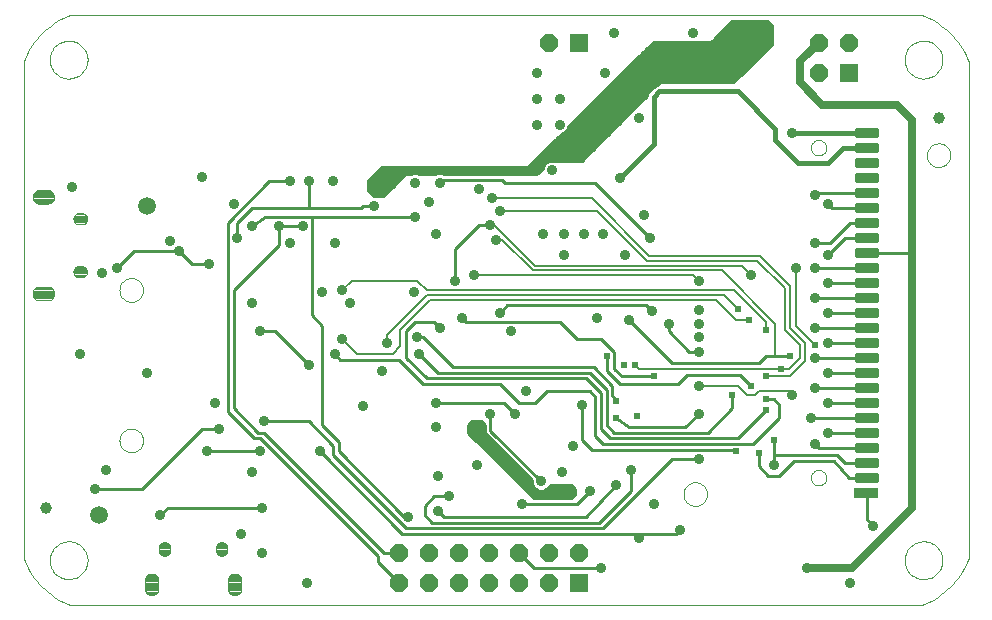
<source format=gbl>
G04 Output by ViewMate Deluxe V11.12.18  PentaLogix*
G04 Wed Mar 06 15:24:07 2019*
%IPPOS*%
%FSLAX25Y25*%
%MOIN*%
%ADD10C,0.0*%
%ADD238R,0.06X0.06*%
G04:---LTIenv:A239:16,0.06,0.0 *
%ADD239P,0.064944X8X22.5*%
%ADD240C,0.0591*%
%ADD241C,0.0177*%
%ADD242R,0.0787X0.0354*%
%ADD243C,0.0394*%
%ADD244C,0.0039*%
%ADD245C,0.0354*%
%ADD246C,0.01*%
%ADD247C,0.016*%
%ADD248C,0.024*%
%ADD249C,0.008*%
%ADD250C,0.025*%
%ADD251C,0.0125*%
%ADD252C,0.0071*%

%LPD*%
X0Y0D2*D10*G1X286490Y176160D2*X286510Y175850D1*X286570Y175540*X286660Y175240*X286790Y174950*X286960Y174680*X287160Y174440*X287380Y174220*X287640Y174030*X287910Y173870*X288200Y173750*X288500Y173660*X288810Y173610*X289130Y173600*X289440Y173630*X289750Y173700*X290050Y173800*X290330Y173940*X290590Y174120*X290830Y174320*X291040Y174560*X291230Y174810*X291380Y175090*X291490Y175380*X291570Y175690*X291610Y176000*Y176320*X291570Y176630*X291490Y176940*X291380Y177230*X291230Y177510*X291040Y177760*X290830Y178000*X290590Y178200*X290330Y178380*X290050Y178520*X289750Y178620*X289440Y178690*X289130Y178720*X288810Y178710*X288500Y178660*X288200Y178570*X287910Y178450*X287640Y178290*X287380Y178100*X287160Y177880*X286960Y177640*X286790Y177370*X286660Y177080*X286570Y176780*X286510Y176470*X286490Y176160*X325110Y173660D2*X325130Y173270D1*X325190Y172880*X325290Y172500*X325420Y172130*X325590Y171780*X325790Y171440*X326030Y171130*X326300Y170840*X326590Y170580*X326910Y170350*X327250Y170150*X327610Y169990*X327980Y169870*X328370Y169780*X328760Y169730*X329150Y169720*X329540Y169750*X329930Y169820*X330300Y169930*X330670Y170070*X331020Y170250*X331350Y170460*X331660Y170710*X331940Y170980*X332190Y171280*X332410Y171610*X332600Y171950*X332750Y172310*X332870Y172690*X332950Y173070*X332990Y173460*Y173860*X332950Y174250*X332870Y174630*X332750Y175010*X332600Y175370*X332410Y175710*X332190Y176040*X331940Y176340*X331660Y176610*X331350Y176860*X331020Y177070*X330670Y177250*X330300Y177390*X329930Y177500*X329540Y177570*X329150Y177600*X328760Y177590*X328370Y177540*X327980Y177450*X327610Y177330*X327250Y177170*X326910Y176970*X326590Y176740*X326300Y176480*X326030Y176190*X325790Y175880*X325590Y175540*X325420Y175190*X325290Y174820*X325190Y174440*X325130Y174050*X325110Y173660*X286490Y66160D2*X286510Y65850D1*X286570Y65540*X286660Y65240*X286790Y64950*X286960Y64680*X287160Y64440*X287380Y64220*X287640Y64030*X287910Y63870*X288200Y63750*X288500Y63660*X288810Y63610*X289130Y63600*X289440Y63630*X289750Y63700*X290050Y63800*X290330Y63940*X290590Y64120*X290830Y64320*X291040Y64560*X291230Y64810*X291380Y65090*X291490Y65380*X291570Y65690*X291610Y66000*Y66320*X291570Y66630*X291490Y66940*X291380Y67230*X291230Y67510*X291040Y67760*X290830Y68000*X290590Y68200*X290330Y68380*X290050Y68520*X289750Y68620*X289440Y68690*X289130Y68720*X288810Y68710*X288500Y68660*X288200Y68570*X287910Y68450*X287640Y68290*X287380Y68100*X287160Y67880*X286960Y67640*X286790Y67370*X286660Y67080*X286570Y66780*X286510Y66470*X286490Y66160*X244010Y60700D2*X244030Y60310D1*X244090Y59920*X244190Y59540*X244320Y59170*X244490Y58820*X244690Y58480*X244930Y58170*X245200Y57880*X245490Y57620*X245810Y57390*X246150Y57190*X246510Y57030*X246880Y56910*X247270Y56820*X247660Y56770*X248050Y56760*X248440Y56790*X248830Y56860*X249200Y56970*X249570Y57110*X249920Y57290*X250250Y57500*X250560Y57750*X250840Y58020*X251090Y58320*X251310Y58650*X251500Y58990*X251650Y59350*X251770Y59730*X251850Y60110*X251890Y60500*Y60900*X251850Y61290*X251770Y61670*X251650Y62050*X251500Y62410*X251310Y62750*X251090Y63080*X250840Y63380*X250560Y63650*X250250Y63900*X249920Y64110*X249570Y64290*X249200Y64430*X248830Y64540*X248440Y64610*X248050Y64640*X247660Y64630*X247270Y64580*X246880Y64490*X246510Y64370*X246150Y64210*X245810Y64010*X245490Y63780*X245200Y63520*X244930Y63230*X244690Y62920*X244490Y62580*X244320Y62230*X244190Y61860*X244090Y61480*X244030Y61090*X244010Y60700*X39800Y220510D2*X38610Y220050D1*X37440Y219520*X36300Y218940*X35190Y218310*X34120Y217620*X33070Y216890*X32070Y216100*X31100Y215260*X30180Y214380*X29300Y213460*X28460Y212490*X27670Y211490*X26940Y210440*X26250Y209370*X25620Y208260*X25040Y207120*X24510Y205950*X24050Y204760*X55990Y128730D2*X56010Y128340D1*X56070Y127950*X56170Y127570*X56300Y127200*X56470Y126850*X56670Y126510*X56910Y126200*X57180Y125910*X57470Y125650*X57790Y125420*X58130Y125220*X58490Y125060*X58860Y124940*X59250Y124850*X59640Y124800*X60030Y124790*X60420Y124820*X60810Y124890*X61180Y125000*X61550Y125140*X61900Y125320*X62230Y125530*X62540Y125780*X62820Y126050*X63070Y126350*X63290Y126680*X63480Y127020*X63630Y127380*X63750Y127760*X63830Y128140*X63870Y128530*Y128930*X63830Y129320*X63750Y129700*X63630Y130080*X63480Y130440*X63290Y130780*X63070Y131110*X62820Y131410*X62540Y131680*X62230Y131930*X61900Y132140*X61550Y132320*X61180Y132460*X60810Y132570*X60420Y132640*X60030Y132670*X59640Y132660*X59250Y132610*X58860Y132520*X58490Y132400*X58130Y132240*X57790Y132040*X57470Y131810*X57180Y131550*X56910Y131260*X56670Y130950*X56470Y130610*X56300Y130260*X56170Y129890*X56070Y129510*X56010Y129120*X55990Y128730*Y78580D2*X56010Y78190D1*X56070Y77800*X56170Y77420*X56300Y77050*X56470Y76700*X56670Y76360*X56910Y76050*X57180Y75760*X57470Y75500*X57790Y75270*X58130Y75070*X58490Y74910*X58860Y74790*X59250Y74700*X59640Y74650*X60030Y74640*X60420Y74670*X60810Y74740*X61180Y74850*X61550Y74990*X61900Y75170*X62230Y75380*X62540Y75630*X62820Y75900*X63070Y76200*X63290Y76530*X63480Y76870*X63630Y77230*X63750Y77610*X63830Y77990*X63870Y78380*Y78780*X63830Y79170*X63750Y79550*X63630Y79930*X63480Y80290*X63290Y80630*X63070Y80960*X62820Y81260*X62540Y81530*X62230Y81780*X61900Y81990*X61550Y82170*X61180Y82310*X60810Y82420*X60420Y82490*X60030Y82520*X59640Y82510*X59250Y82460*X58860Y82370*X58490Y82250*X58130Y82090*X57790Y81890*X57470Y81660*X57180Y81400*X56910Y81110*X56670Y80800*X56470Y80460*X56300Y80110*X56170Y79740*X56070Y79360*X56010Y78970*X55990Y78580*X39800Y23660D2*X38610Y24120D1*X37440Y24650*X36300Y25230*X35190Y25860*X34120Y26550*X33070Y27280*X32070Y28070*X31100Y28910*X30180Y29790*X29300Y30710*X28460Y31680*X27670Y32680*X26940Y33730*X26250Y34800*X25620Y35910*X25040Y37050*X24510Y38220*X24050Y39410*X32750Y38660D2*X32770Y38160D1*X32830Y37660*X32930Y37170*X33070Y36690*X33240Y36220*X33450Y35770*X33700Y35330*X33980Y34920*X34300Y34530*X34640Y34160*X35010Y33820*X35410Y33520*X35830Y33250*X36270Y33010*X36730Y32800*X37200Y32640*X37680Y32510*X38180Y32420*X38670Y32370*X39180Y32360*X39680Y32390*X40170Y32460*X40660Y32570*X41140Y32720*X41600Y32900*X42050Y33120*X42480Y33380*X42890Y33670*X43280Y33990*X43640Y34340*X43960Y34720*X44260Y35120*X44530Y35550*X44760Y35990*X44950Y36450*X45110Y36930*X45230Y37420*X45310Y37910*X45350Y38410*Y38910*X45310Y39410*X45230Y39900*X45110Y40390*X44950Y40870*X44760Y41330*X44530Y41770*X44260Y42200*X43960Y42600*X43640Y42980*X43280Y43330*X42890Y43650*X42480Y43940*X42050Y44200*X41600Y44420*X41140Y44600*X40660Y44750*X40170Y44860*X39680Y44930*X39180Y44960*X38670Y44950*X38180Y44900*X37680Y44810*X37200Y44680*X36730Y44520*X36270Y44310*X35830Y44070*X35410Y43800*X35010Y43500*X34640Y43160*X34300Y42790*X33980Y42400*X33700Y41990*X33450Y41550*X33240Y41100*X33070Y40630*X32930Y40150*X32830Y39660*X32770Y39160*X32750Y38660*X24050Y204760D2*Y39400D1*X32750Y205510D2*X32770Y205010D1*X32830Y204510*X32930Y204020*X33070Y203540*X33240Y203070*X33450Y202620*X33700Y202180*X33980Y201770*X34300Y201380*X34640Y201010*X35010Y200670*X35410Y200370*X35830Y200100*X36270Y199860*X36730Y199650*X37200Y199490*X37680Y199360*X38180Y199270*X38670Y199220*X39180Y199210*X39680Y199240*X40170Y199310*X40660Y199420*X41140Y199570*X41600Y199750*X42050Y199970*X42480Y200230*X42890Y200520*X43280Y200840*X43640Y201190*X43960Y201570*X44260Y201970*X44530Y202400*X44760Y202840*X44950Y203300*X45110Y203780*X45230Y204270*X45310Y204760*X45350Y205260*Y205760*X45310Y206260*X45230Y206750*X45110Y207240*X44950Y207720*X44760Y208180*X44530Y208620*X44260Y209050*X43960Y209450*X43640Y209830*X43280Y210180*X42890Y210500*X42480Y210790*X42050Y211050*X41600Y211270*X41140Y211450*X40660Y211600*X40170Y211710*X39680Y211780*X39180Y211810*X38670Y211800*X38180Y211750*X37680Y211660*X37200Y211530*X36730Y211370*X36270Y211160*X35830Y210920*X35410Y210650*X35010Y210350*X34640Y210010*X34300Y209640*X33980Y209250*X33700Y208840*X33450Y208400*X33240Y207950*X33070Y207480*X32930Y207000*X32830Y206510*X32770Y206010*X32750Y205510*X323260Y220510D2*X39800D1*X339010Y204760D2*X338550Y205950D1*X338020Y207120*X337440Y208260*X336810Y209370*X336120Y210440*X335390Y211490*X334600Y212490*X333760Y213460*X332880Y214380*X331960Y215260*X330990Y216100*X329990Y216890*X328940Y217620*X327870Y218310*X326760Y218940*X325620Y219520*X324450Y220050*X323260Y220510*X317710Y205510D2*X317730Y205010D1*X317790Y204510*X317890Y204020*X318030Y203540*X318200Y203070*X318410Y202620*X318660Y202180*X318940Y201770*X319260Y201380*X319600Y201010*X319970Y200670*X320370Y200370*X320790Y200100*X321230Y199860*X321690Y199650*X322160Y199490*X322640Y199360*X323140Y199270*X323630Y199220*X324140Y199210*X324640Y199240*X325130Y199310*X325620Y199420*X326100Y199570*X326560Y199750*X327010Y199970*X327440Y200230*X327850Y200520*X328240Y200840*X328600Y201190*X328920Y201570*X329220Y201970*X329490Y202400*X329720Y202840*X329910Y203300*X330070Y203780*X330190Y204270*X330270Y204760*X330310Y205260*Y205760*X330270Y206260*X330190Y206750*X330070Y207240*X329910Y207720*X329720Y208180*X329490Y208620*X329220Y209050*X328920Y209450*X328600Y209830*X328240Y210180*X327850Y210500*X327440Y210790*X327010Y211050*X326560Y211270*X326100Y211450*X325620Y211600*X325130Y211710*X324640Y211780*X324140Y211810*X323630Y211800*X323140Y211750*X322640Y211660*X322160Y211530*X321690Y211370*X321230Y211160*X320790Y210920*X320370Y210650*X319970Y210350*X319600Y210010*X319260Y209640*X318940Y209250*X318660Y208840*X318410Y208400*X318200Y207950*X318030Y207480*X317890Y207000*X317790Y206510*X317730Y206010*X317710Y205510*X339010Y39400D2*Y204760D1*Y39410D2*X338550Y38220D1*X338020Y37050*X337440Y35910*X336810Y34800*X336120Y33730*X335390Y32680*X334600Y31680*X333760Y30710*X332880Y29790*X331960Y28910*X330990Y28070*X329990Y27280*X328940Y26550*X327870Y25860*X326760Y25230*X325620Y24650*X324450Y24120*X323260Y23660*X317710Y38660D2*X317730Y38160D1*X317790Y37660*X317890Y37170*X318030Y36690*X318200Y36220*X318410Y35770*X318660Y35330*X318940Y34920*X319260Y34530*X319600Y34160*X319970Y33820*X320370Y33520*X320790Y33250*X321230Y33010*X321690Y32800*X322160Y32640*X322640Y32510*X323140Y32420*X323630Y32370*X324140Y32360*X324640Y32390*X325130Y32460*X325620Y32570*X326100Y32720*X326560Y32900*X327010Y33120*X327440Y33380*X327850Y33670*X328240Y33990*X328600Y34340*X328920Y34720*X329220Y35120*X329490Y35550*X329720Y35990*X329910Y36450*X330070Y36930*X330190Y37420*X330270Y37910*X330310Y38410*Y38910*X330270Y39410*X330190Y39900*X330070Y40390*X329910Y40870*X329720Y41330*X329490Y41770*X329220Y42200*X328920Y42600*X328600Y42980*X328240Y43330*X327850Y43650*X327440Y43940*X327010Y44200*X326560Y44420*X326100Y44600*X325620Y44750*X325130Y44860*X324640Y44930*X324140Y44960*X323630Y44950*X323140Y44900*X322640Y44810*X322160Y44680*X321690Y44520*X321230Y44310*X320790Y44070*X320370Y43800*X319970Y43500*X319600Y43160*X319260Y42790*X318940Y42400*X318660Y41990*X318410Y41550*X318200Y41100*X318030Y40630*X317890Y40150*X317790Y39660*X317730Y39160*X317710Y38660*X39800Y23660D2*X323260D1*D241*X301940Y182030D2*X308040D1*X301940Y180270D2*X308040D1*Y182050*X301940*Y180270*Y177030D2*X308040D1*X301940Y175270D2*X308040D1*Y177050*X301940*Y175270*Y172030D2*X308040D1*X301940Y170270D2*X308040D1*Y172050*X301940*Y170270*Y167030D2*X308040D1*X301940Y165270D2*X308040D1*Y167050*X301940*Y165270*Y162030D2*X308040D1*X301940Y160270D2*X308040D1*Y162050*X301940*Y160270*Y157030D2*X308040D1*X301940Y155270D2*X308040D1*Y157050*X301940*Y155270*Y152030D2*X308040D1*X301940Y150270D2*X308040D1*Y152050*X301940*Y150270*Y147030D2*X308040D1*X301940Y145270D2*X308040D1*Y147050*X301940*Y145270*Y142030D2*X308040D1*X301940Y140270D2*X308040D1*Y142050*X301940*Y140270*Y137030D2*X308040D1*X301940Y135270D2*X308040D1*Y137050*X301940*Y135270*Y132030D2*X308040D1*X301940Y130270D2*X308040D1*Y132050*X301940*Y130270*Y127030D2*X308040D1*X301940Y125270D2*X308040D1*Y127050*X301940*Y125270*Y122030D2*X308040D1*X301940Y120270D2*X308040D1*Y122050*X301940*Y120270*Y117030D2*X308040D1*X301940Y115270D2*X308040D1*Y117050*X301940*Y115270*Y112030D2*X308040D1*X301940Y110270D2*X308040D1*Y112050*X301940*Y110270*Y107030D2*X308040D1*X301940Y105270D2*X308040D1*Y107050*X301940*Y105270*Y102030D2*X308040D1*X301940Y100270D2*X308040D1*Y102050*X301940*Y100270*Y97030D2*X308040D1*X301940Y95270D2*X308040D1*Y97050*X301940*Y95270*Y92030D2*X308040D1*X301940Y90270D2*X308040D1*Y92050*X301940*Y90270*Y87030D2*X308040D1*X301940Y85270D2*X308040D1*Y87050*X301940*Y85270*Y82030D2*X308040D1*X301940Y80270D2*X308040D1*Y82050*X301940*Y80270*Y77030D2*X308040D1*X301940Y75270D2*X308040D1*Y77050*X301940*Y75270*Y72030D2*X308040D1*X301940Y70270D2*X308040D1*Y72050*X301940*Y70270*Y67030D2*X308040D1*X301940Y65270D2*X308040D1*Y67050*X301940*Y65270*D244*X28220Y157720D2*X33010D1*X33550Y158100D2*X27680D1*X28510Y161880D2*X32720D1*X33450Y161500D2*X27780D1*X27440Y161130D2*X33790D1*X34000Y160750D2*X27230D1*X27110Y160370D2*X34120D1*X27070Y159500D2*Y159990D1*X34130Y159230D2*X27100D1*X27190Y158850D2*X34030D1*X33850Y158470D2*X27380D1*X33960Y158650D2*X33730Y158280D1*X33420Y157960*X33040Y157730*X32630Y157580*X32190Y157530*X29040*X28600Y157580*X28190Y157730*X27810Y157960*X27500Y158280*X27270Y158650*X27120Y159060*X27070Y159500*X34160Y159610D2*X27070D1*X34160Y159990D2*X34110Y160430D1*X33960Y160850*X33730Y161220*X33420Y161530*X33040Y161770*X32630Y161910*X32190Y161960*X29040*X28600Y161910*X28190Y161770*X27810Y161530*X27500Y161220*X27270Y160850*X27120Y160430*X27070Y159990*X34160*Y159500*X34110Y159060*X33960Y158650*X41370Y153930D2*X44470D1*X44840Y153550D2*X41000D1*X40790Y153170D2*X45040D1*X45150Y152790D2*X40690D1*X40650Y152420D2*X45180D1*X45150Y152040D2*X40690D1*X40800Y151660D2*X45040D1*X44820Y151280D2*X41020D1*X41420Y150900D2*X44420D1*X42430Y150590D2*X43410D1*X43800Y150620*X44170Y150750*X44510Y150960*X44790Y151230*X45000Y151560*X45130Y151930*X45180Y152320*Y152510*X45140Y152910*X45010Y153280*X44800Y153620*X44510Y153900*X44180Y154110*X43800Y154240*X43410Y154290*X42430*X42030Y154240*X41660Y154110*X41320Y153900*X41040Y153620*X40830Y153280*X40700Y152910*X40650Y152510*Y152320*X40700Y151930*X40840Y151560*X41050Y151230*X41330Y150960*X41660Y150750*X42040Y150620*X42430Y150590*X43890Y133100D2*X41940D1*X41250Y133480D2*X44580D1*X44260Y136510D2*X41580D1*X41100Y136130D2*X44740D1*X40840Y135750D2*X41050Y136080D1*X41330Y136360*X41660Y136560*X42040Y136690*X42430Y136730*X43410*X43800Y136690*X44170Y136560*X44510Y136360*X44790Y136080*X45000Y135750*X40700Y135370D2*X45130D1*X45180Y134990D2*X40650D1*X40670Y134620D2*X45160D1*X45080Y134240D2*X40760D1*X40940Y133860D2*X44900D1*X40830Y134030D2*X41040Y133690D1*X41320Y133410*X41660Y133200*X42030Y133070*X42430Y133030*X43410*X43800Y133070*X44180Y133200*X44510Y133410*X44800Y133690*X45010Y134030*X45140Y134400*X45180Y134800*Y134990*X45130Y135380*X45000Y135750*X40840*X40700Y135380*X40650Y134990*Y134800*X40700Y134400*X40830Y134030*X28500Y129690D2*X32730D1*X33450Y129310D2*X27780D1*X27440Y128940D2*X33790D1*X34000Y128560D2*X27230D1*X27110Y128180D2*X34120D1*X34160Y127800D2*X27070D1*Y127420D2*X34160D1*X34130Y127040D2*X27100D1*X27200Y126660D2*X34030D1*X33850Y126280D2*X27380D1*X27690Y125910D2*X33540D1*X33000Y125530D2*X28230D1*X33040Y125540D2*X33420Y125780D1*X33730Y126090*X33960Y126460*X34110Y126880*X34160Y127320*Y127810*X34110Y128250*X33960Y128660*X33730Y129040*X33420Y129350*X33040Y129580*X32630Y129730*X32190Y129780*X29040*X28600Y129730*X28190Y129580*X27810Y129350*X27500Y129040*X27270Y128660*X27120Y128250*X27070Y127810*Y127320*X27120Y126880*X27270Y126460*X27500Y126090*X27810Y125780*X28190Y125540*X28600Y125400*X29040Y125350*X32190*X32630Y125400*X33040Y125540*X95800Y27440D2*X93030D1*X92620Y27820D2*X96200D1*X96440Y28200D2*X92390D1*X92260Y28580D2*X96570D1*X96620Y28960D2*X92210D1*X92200Y29340D2*X96630D1*Y29720D2*X92200D1*Y30090D2*X96630D1*Y30470D2*X92200D1*Y30850D2*X96630D1*Y31230D2*X92200D1*Y31610D2*X96630D1*Y31990D2*X92200D1*X92220Y32370D2*X96610D1*X96540Y32740D2*X92290D1*X92440Y33120D2*X96380D1*X96110Y33500D2*X92710D1*X93180Y33880D2*X95640D1*X93310Y33960D2*X92940Y33730D1*X92630Y33420*X92390Y33040*X92250Y32630*X92200Y32190*Y29040*X92250Y28600*X92390Y28190*X92630Y27810*X92940Y27500*X93310Y27270*X93730Y27120*X94170Y27070*X94660*X95100Y27120*X95510Y27270*X95890Y27500*X96200Y27810*X96430Y28190*X96580Y28600*X96630Y29040*Y32190*X96580Y32630*X96430Y33040*X96200Y33420*X95890Y33730*X95510Y33960*X95100Y34110*X94660Y34160*X94170*X93730Y34110*X93310Y33960*X91050Y44480D2*X89220D1*X88730Y44110D2*X91530D1*X91800Y43730D2*X88460D1*X88320Y43350D2*X91950D1*X92000Y42970D2*X88270D1*X88260Y42590D2*X92000D1*Y42210D2*X88260D1*X89320Y40320D2*X90950D1*X91480Y40700D2*X88780D1*X88490Y41080D2*X91770D1*X91930Y41460D2*X88340D1*X88270Y41830D2*X91990D1*X88260Y41930D2*X88310Y41540D1*X88440Y41160*X88650Y40830*X88930Y40550*X89270Y40340*X89640Y40210*X90030Y40160*X90230*X90630Y40210*X91000Y40340*X91340Y40550*X91620Y40830*X91830Y41160*X91960Y41540*X92000Y41930*Y42920*X91960Y43310*X91830Y43690*X91620Y44020*X91340Y44300*X91000Y44510*X90630Y44650*X90230Y44690*X90030*X89640Y44650*X89270Y44510*X88930Y44300*X88650Y44020*X88440Y43690*X88310Y43310*X88260Y42920*Y41930*X71850Y40320D2*X70220D1*X70120Y44480D2*X71950D1*X72440Y44110D2*X69640D1*X69370Y43730D2*X72710D1*X72850Y43350D2*X69230D1*X69170Y42970D2*X72900D1*X72910Y42590D2*X69170D1*Y42210D2*X72910D1*X72900Y41830D2*X69180D1*X69240Y41460D2*X72830D1*X72680Y41080D2*X69400D1*X69690Y40700D2*X72390D1*X69830Y40550D2*X70170Y40340D1*X70550Y40210*X70940Y40160*X71140*X71530Y40210*X71910Y40340*X72240Y40550*X72520Y40830*X72730Y41160*X72860Y41540*X72910Y41930*Y42920*X72860Y43310*X72730Y43690*X72520Y44020*X72240Y44300*X71910Y44510*X71530Y44650*X71140Y44690*X70940*X70550Y44650*X70170Y44510*X69830Y44300*X69550Y44020*X69340Y43690*X69210Y43310*X69170Y42920*Y41930*X69210Y41540*X69340Y41160*X69550Y40830*X69830Y40550*X67990Y33880D2*X65530D1*X65380Y27440D2*X68140D1*X68550Y27820D2*X64970D1*X64730Y28200D2*X68780D1*X68910Y28580D2*X64600D1*X64550Y28960D2*X68960D1*X68970Y29340D2*X64540D1*Y29720D2*X68970D1*Y30090D2*X64540D1*Y30470D2*X68970D1*Y30850D2*X64540D1*Y31230D2*X68970D1*Y31610D2*X64540D1*Y31990D2*X68970D1*X68950Y32370D2*X64560D1*X64630Y32740D2*X68880D1*X68730Y33120D2*X64790D1*X65060Y33500D2*X68460D1*X64970Y33420D2*X64740Y33040D1*X64590Y32630*X64540Y32190*Y29040*X64590Y28600*X64740Y28190*X64970Y27810*X65280Y27500*X65660Y27270*X66070Y27120*X66510Y27070*X67000*X67440Y27120*X67860Y27270*X68230Y27500*X68540Y27810*X68780Y28190*X68920Y28600*X68970Y29040*Y32190*X68920Y32630*X68780Y33040*X68540Y33420*X68230Y33730*X67860Y33960*X67440Y34110*X67000Y34160*X66510*X66070Y34110*X65660Y33960*X65280Y33730*X64970Y33420*D246*X299670Y151160D2*X304990D1*X216550Y36160D2*X194050D1*X189050Y41160*X89050Y82410D2*X83420D1*X103420Y56160D2*X72170D1*X69670Y53660*X47800Y62410D2*X63420D1*X83420Y82410*X102800Y74910D2*X85300D1*X161550Y83030D2*X162170Y82410D1*X161550Y91160D2*X184050D1*X187800Y87410*X172170Y81770D2*X177810D1*X178120Y80790D2*X172540D1*X173530Y79800D2*X179110D1*X180090Y78820D2*X174510D1*X175500Y77830D2*X181080D1*X182060Y76850D2*X176480D1*X177470Y75860D2*X183050D1*X184030Y74880D2*X178450D1*X179440Y73890D2*X185020D1*X186000Y72910D2*X180420D1*X181410Y71920D2*X186990D1*X187970Y70940D2*X182390D1*X190300Y57410D2*X208420D1*X212800Y61780*X199040Y63060D2*X207150D1*X205300Y61160D2*X195920D1*X193230Y60100D2*X207370D1*X207800Y61090D2*X192240D1*X197730Y62070D2*X207800D1*X196550Y64910D2*X179670Y81780D1*Y87410*X173240Y84730D2*X176730D1*X177710Y83740D2*X172260D1*X172170Y82760D2*X177800D1*X195920Y61160D2*X174670Y82410D1*X191260Y62070D2*X195370D1*X194060Y63060D2*X190270D1*X189290Y64040D2*X193580D1*X193480Y65030D2*X188300D1*X193480Y65430D2*X177870Y81040D1*Y81710*X177800Y81780*Y83660*X176550Y84910*X173420*X172170Y83660*Y81160*X194050Y59280*X206550*X207800Y60530*Y62410*X206550Y63660*X199360*X199150Y63170*X198290Y62300*X197160Y61830*X195940*X194810Y62300*X193950Y63170*X193480Y64300*Y65430*X187320Y66010D2*X192900D1*X191910Y67000D2*X186330D1*X185350Y67980D2*X190930D1*X189940Y68970D2*X184360D1*X183380Y69950D2*X188960D1*X150300Y47410D2*X241550D1*X242800Y48660*X307170Y49910D2*X305300Y52410D1*Y60850*X304990Y61160*X295300Y73660D2*X274050D1*Y70530D2*Y73660D1*Y78660*X225920Y118660D2*X240300Y104280D1*X232800Y146160D2*X214670Y164280D1*X184670*X162800Y164540D2*X163790Y165530D1*X183420*X184670Y164280*X179670Y150530D2*X175920D1*X167800Y142410*Y131780*X155300Y113030D2*X157170D1*X149050Y105530D2*X129670D1*X127800Y107410*X119050Y103660D2*X107800Y114910D1*X102800*X55300Y136160D2*X60920Y141780D1*X75920*X80300Y137410*X85920*X117170Y149910D2*X109050D1*Y143660*X94050Y128660*Y89280*X102170Y81160*X104050*X150300Y47410D2*X122800Y74910D1*X157800Y53660D2*X160300Y51160D1*X215920*X226550Y61780*Y68660*X221550Y63660D2*X211550Y53030D1*X164050*X162170Y54910*X165920Y59910D2*X160920D1*X157800Y56780*Y53660*X152170Y53030D2*X150920D1*X129050Y74910*Y78030*X123420Y83660*Y116780*X120300Y120530*Y153030*X119050Y156160D2*X136550D1*X137170Y156780*X140920*X154670Y153030D2*X120300D1*X104670*X100300Y149910*X95300Y146160D2*Y151160D1*X100300Y156160*X119050*Y164910*X112800D2*X105920D1*X92170Y151160*Y88030*X100920Y79280*X102800*X142170Y39910*X149050Y31160D2*X142170Y38030D1*Y39910*X149050Y41160D2*X144050D1*X104050Y81160*Y84910D2*X119050D1*X127170Y76780*Y73660*X151550Y49280*X217170*X240300Y72410*X249050*Y87410D2*X244670Y83030D1*X225920*X221550Y86160*X218420Y95530D2*X212800Y101160D1*X210300Y90530D2*Y78660D1*X213420Y75530*X260920*X261550Y74910*X267170Y77410D2*X217170D1*X214670Y79910*Y93030*X212800Y94910*X198420*X194670Y91160*X189050*X182800Y97410*X157170*X149050Y105530*X155920Y107410D2*X162170Y101160D1*X212800*X220920Y108030D2*X216550Y112410D1*X208420*X202800Y118030*X171550*X170300Y119280*X182800Y121160D2*X185300Y123660D1*X231550*X233420Y121780*X239050Y117410D2*Y114910D1*X245920Y108030*X249050*X279670Y106780D2*X275920D1*X271550*X269050Y104280*X240300*X234050Y99910D2*X223420D1*X220920Y102410*Y108030*X218420Y106780D2*Y101780D1*X222800Y97410*X242170*X245300Y100530*X262800*X266550Y96780*X260300Y93660D2*Y89280D1*X252170Y81160*X220920*X218420Y83660*Y95530*X221550Y91780D2*X220300Y93660D1*Y96780*X214050Y103030*X167170*X157170Y113030*X162800Y116160D2*X160920Y118030D1*X154670*X151550Y114910*Y106160*X158420Y99280*X211550*X216550Y94280*Y82410*X219670Y79280*X262170*X271550Y88660*Y92410D2*X274050D1*X275920Y90530*Y86160*X267170Y77410*X269050Y74280D2*Y69910D1*X272170Y66780*X275920*X280920Y71780*X294050*X299050Y66160*X304990*Y71160D2*X297800D1*X295300Y73660*X287800Y77410D2*X289050Y76160D1*X304990*X292170Y81160D2*X304990D1*Y86160D2*X286550D1*X292170Y91160D2*X304990D1*Y96160D2*X287800D1*X292170Y101160D2*X304990D1*Y106160D2*X287800D1*X292170Y111160D2*X304990D1*Y116160D2*X287800D1*X292170Y121160D2*X304990D1*Y126160D2*X287800D1*X292170Y131160D2*X304990D1*Y136160D2*X287800D1*X320300Y139910D2*X320280Y140110D1*X320240Y140300*X320160Y140480*X320060Y140640*X319930Y140790*X319780Y140920*X319620Y141020*X319440Y141100*X319250Y141140*X319050Y141160*X304990*Y146160D2*X297800D1*X292170Y140530*X287800Y144280D2*X292800D1*X299670Y151160*X287800Y160530D2*X288420Y161160D1*X304990*Y156160D2*X293420D1*X292170Y157410*D247*X292170Y171160D2*X297170Y176160D1*X304990*X280300Y181160D2*X304990D1*X222800Y166160D2*X234050Y177410D1*Y193030*X235920Y194910*X262170*X274670Y182410*Y178660*X282170Y171160*X292170*D249*X256820Y135260D2*X193700D1*X183420Y145530*X181550*X180300Y159280D2*X213420D1*X232650Y140060*X269520*X279670Y129910*X266550Y133660D2*X263350Y136860D1*X194600*X180920Y150530*X179670*X182800Y154910D2*X215300D1*X231750Y138460*X268620*X277800Y129280*Y115530*X282800Y110530*Y106160*X279050Y102410*X276550*X275920Y106780D2*X274670D1*Y117410*X256820Y135260*X249050Y131780D2*X247170Y133660D1*X174050*X149670Y115530D2*X159600Y125460D1*X254750*X262170Y122410D2*X257520Y127060D1*X158420*X156550Y124910*X145300Y113660*Y111160*X130300Y112410D2*X135300Y107410D1*X147170*X149670Y109910*Y115530*X130300Y128660D2*X133420Y131780D1*X155300*X158420Y128660*X260920*X271550Y118030*Y115530*X265920Y118660D2*X261550D1*X254750Y125460*X227800Y103660D2*X229050Y102410D1*X276550*X271550Y99910D2*X279670D1*X284670Y104910*Y111160*X279670Y116160*Y129910*X281550Y136160D2*Y116780D1*X287800Y110530*D250*X282800Y204910D2*X289050Y211160D1*X285300Y36160D2*X300300D1*X320300Y56160*Y139910*Y185530*X315300Y190530*X290300*X282800Y198030*Y204910*X270920Y214280D2*X262800Y206160D1*X239050*X207170Y174280*X141550Y161780D2*X142170D1*X149050Y168660*X192800*X198420Y174280*X207170*D251*X144890Y160740D2*X140090D1*X139050Y161980D2*X146120D1*X147360Y163210D2*X139050D1*Y164450D2*X148590D1*X149830Y165680D2*X139830D1*X141060Y166920D2*X151060D1*X196050Y168150D2*X142300D1*X192280Y169390D2*X197140D1*X197740Y170620D2*X193520D1*X194750Y171860D2*X210380D1*X211610Y173090D2*X195990D1*X197220Y174330D2*X212850D1*X214080Y175560D2*X198460D1*X199690Y176800D2*X215320D1*X216550Y178030D2*X200930D1*X202160Y179270D2*X217790D1*X219020Y180500D2*X203540D1*X205400Y181740D2*X220260D1*X221490Y182970D2*X205980D1*X207100Y184210D2*X222730D1*X223960Y185440D2*X208340D1*X209570Y186680D2*X225200D1*X226320Y187910D2*X210810D1*X212040Y189150D2*X227670D1*X228900Y190380D2*X213280D1*X214510Y191620D2*X230140D1*X231370Y192850D2*X215750D1*X216980Y194090D2*X231960D1*X233190Y195320D2*X218220D1*X219450Y196560D2*X234430D1*X236310Y197790D2*X220690D1*X221920Y199030D2*X261920D1*X263160Y200260D2*X223160D1*X224390Y201500D2*X264390D1*X265630Y202730D2*X225630D1*X226860Y203970D2*X266860D1*X268100Y205200D2*X228100D1*X229330Y206440D2*X269330D1*X270570Y207670D2*X230570D1*X231800Y208910D2*X271800D1*X273040Y210140D2*X233040D1*X259820Y217550D2*X272650D1*X273420Y216320D2*X258590D1*X257350Y215080D2*X273420D1*Y213850D2*X256120D1*X254880Y212610D2*X273420D1*X253420Y211160D2*X247980D1*X247810Y211080*X246540*X246370Y211160*X234050*X206000Y183100*Y183020*X205510Y181850*X204610Y180950*X203440Y180460*X203350*X192170Y169280*X143420*X139050Y164910*Y161780*X140850Y159980*X141560*X141730Y159910*X144050*X151550Y167410*X153250*X154040Y167730*X155310*X156100Y167410*X161370*X162160Y167730*X163440*X164110Y167460*X184220*X184270Y167410*X195300*X197100Y169210*Y169290*X197590Y170470*X198490Y171370*X199660Y171850*X200940*X201110Y171780*X210300*X226240Y187720*X226340Y187970*X227240Y188870*X227490Y188970*X231820Y193310*Y193950*X233130Y195260*X235000Y197130*X235650*X236550Y198030*X260920*X273420Y210530*Y216780*X272170Y218030*X260300*X253420Y211160*X273420Y211380D2*X253650D1*D252*X280300Y93660D2*X279050Y94910D1*X269050*X267800Y93660*X265300*X262170Y96780*X249050*D238*X209050Y31160D3*Y211160D3*X299050Y201160D3*D239*X199050Y211160D3*X299050D3*X289050D3*Y201160D3*X209050Y41160D3*X199050D3*X189050D3*X179050D3*X169050D3*X159050D3*X149050D3*Y31160D3*X159050D3*X169050D3*X179050D3*X189050D3*X199050D3*D240*X49050Y53660D3*X65300Y156780D3*D242*X304990Y61160D3*D243*X31550Y56160D3*X329050Y186160D3*D245*X292170Y157410D3*X287800Y160530D3*X280300Y181160D3*X127170Y164910D3*X119050D3*X112800D3*X83420Y166410D3*X94050Y157410D3*X55300Y136160D3*X50300Y134280D3*X42800Y107410D3*X65300Y101160D3*X47800Y62410D3*X51550Y68660D3*X69670Y53660D3*X103420Y56160D3*X96550Y47410D3*X103420Y41160D3*X118420Y31160D3*X299670D3*X285300Y36160D3*X307170Y49910D3*X280300Y93660D3*X249050Y121960D3*Y131780D3*X266550Y133660D3*X281550Y136160D3*X287800Y144280D3*X292170Y140530D3*X287800Y136160D3*X292170Y131160D3*X287800Y126160D3*X292170Y121160D3*X287800Y116160D3*X292170Y111160D3*X287800Y106160D3*X292170Y101160D3*X287800Y96160D3*X292170Y91160D3*X286550Y86160D3*X292170Y81160D3*X287800Y77410D3*X274050Y70530D3*X216550Y36160D3*X229050Y46160D3*X242800Y48660D3*X207170Y76780D3*X210300Y90530D3*X191550Y94910D3*X187800Y87410D3*X179670D3*X174670Y82410D3*X161550Y83030D3*Y91160D3*X143420Y101780D3*X137170Y89910D3*X104050Y84910D3*X87800Y91160D3*X89050Y82410D3*X85300Y74910D3*X100300Y68030D3*X102800Y74910D3*X122800D3*X152170Y53030D3*X162170Y54910D3*X165920Y59910D3*X162170Y66780D3*X175300Y70530D3*X190300Y57410D3*X196550Y64910D3*X203420Y68030D3*X205300Y61160D3*X212800Y61780D3*X226550Y68660D3*X221550Y63660D3*X234050Y57410D3*X249050Y72410D3*Y87410D3*Y96780D3*Y108030D3*Y113030D3*Y117410D3*X239050D3*X233420Y121780D3*X225920Y118660D3*X215300Y119280D3*X174050Y133660D3*X167800Y131780D3*X154050Y128030D3*X132800Y124280D3*X130300Y128660D3*X123420Y128030D3*X100300Y124280D3*X102800Y114910D3*X119050Y103660D3*X127800Y107410D3*X130300Y112410D3*X145300Y111160D3*X155920Y107410D3*X155300Y113030D3*X162800Y116160D3*X170300Y119280D3*X186550Y114910D3*X182800Y121160D3*X204050Y140530D3*X197170Y147410D3*X204050D3*X210920D3*X217170D3*X224670Y140530D3*X232800Y146160D3*X230920Y153660D3*X222800Y166160D3*X229050Y186160D3*X270920Y214280D3*X247170D3*X220920D3*X217800Y201160D3*X195300D3*X202800Y192410D3*X195300D3*Y183660D3*X202800D3*X200300Y168660D3*X175920Y162410D3*X180300Y159280D3*X182800Y154910D3*X181550Y145530D3*X179670Y150530D3*X161550Y147410D3*X154670Y153030D3*X159050Y158030D3*X162800Y164540D3*X154670D3*X141550Y161780D3*X140920Y156780D3*X127800Y144280D3*X117170Y149910D3*X112800Y144280D3*X109050Y149910D3*X100300D3*X95300Y146160D3*X85920Y137410D3*X75920Y141780D3*X72800Y144910D3*X40300Y163030D3*D248*X287800Y110530D3*X218420Y106780D3*X224050Y103660D3*X227800D3*X234050Y99910D3*X221550Y91780D3*Y86160D3*X228420Y86780D3*X261550Y74910D3*X269050Y74280D3*X274050Y78660D3*X260300Y93660D3*X271550Y88660D3*Y92410D3*X266550Y96780D3*X271550Y99910D3*X276550Y102410D3*X279670Y106780D3*X271550Y115530D3*X265920Y118660D3*X262170Y122410D3*X0Y0D2*M02*
</source>
